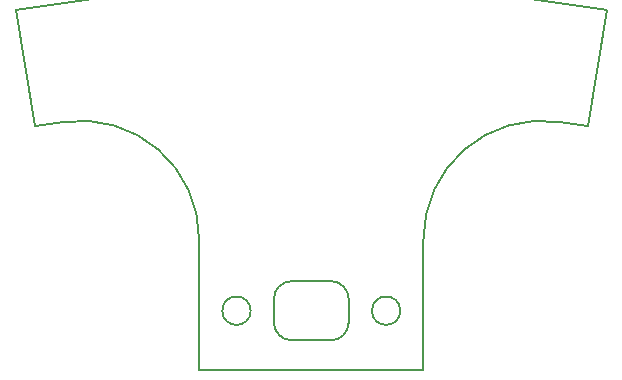
<source format=gbr>
%TF.GenerationSoftware,KiCad,Pcbnew,(5.1.10)-1*%
%TF.CreationDate,2022-02-04T19:34:21+09:00*%
%TF.ProjectId,FrontSensor,46726f6e-7453-4656-9e73-6f722e6b6963,rev?*%
%TF.SameCoordinates,Original*%
%TF.FileFunction,Profile,NP*%
%FSLAX46Y46*%
G04 Gerber Fmt 4.6, Leading zero omitted, Abs format (unit mm)*
G04 Created by KiCad (PCBNEW (5.1.10)-1) date 2022-02-04 19:34:21*
%MOMM*%
%LPD*%
G01*
G04 APERTURE LIST*
%TA.AperFunction,Profile*%
%ADD10C,0.200000*%
%TD*%
G04 APERTURE END LIST*
D10*
X-5133333Y127500000D02*
G75*
G03*
X-5133333Y127500000I-1200000J0D01*
G01*
X7533333Y127500000D02*
G75*
G03*
X7533333Y127500000I-1200000J0D01*
G01*
X3166666Y126500000D02*
G75*
G02*
X1666666Y125000000I-1500000J0D01*
G01*
X3166666Y128500000D02*
X3166666Y126500000D01*
X1666666Y130000000D02*
G75*
G02*
X3166666Y128500000I0J-1500000D01*
G01*
X-1666666Y130000000D02*
X1666666Y130000000D01*
X-3166666Y128500000D02*
G75*
G02*
X-1666666Y130000000I1500000J0D01*
G01*
X-3166666Y126500000D02*
X-3166666Y128500000D01*
X-1666666Y125000000D02*
G75*
G02*
X-3166666Y126500000I0J1500000D01*
G01*
X1666666Y125000000D02*
X-1666666Y125000000D01*
X-9500000Y122500000D02*
X9499999Y122500000D01*
X-9500000Y133584243D02*
X-9500000Y122500000D01*
X-20944444Y143479372D02*
G75*
G02*
X-9500000Y133584243I1444444J-9895129D01*
G01*
X-23387096Y143101515D02*
X-20944444Y143479372D01*
X-25000000Y152970585D02*
X-23387096Y143101515D01*
X-25000001Y152970584D02*
G75*
G02*
X24999999Y152970585I25000001J-152970584D01*
G01*
X23387096Y143101515D02*
X24999999Y152970585D01*
X20944444Y143479372D02*
X23387096Y143101515D01*
X9500000Y133584243D02*
G75*
G02*
X20944444Y143479372I10000000J0D01*
G01*
X9499999Y122500000D02*
X9499999Y133584243D01*
M02*

</source>
